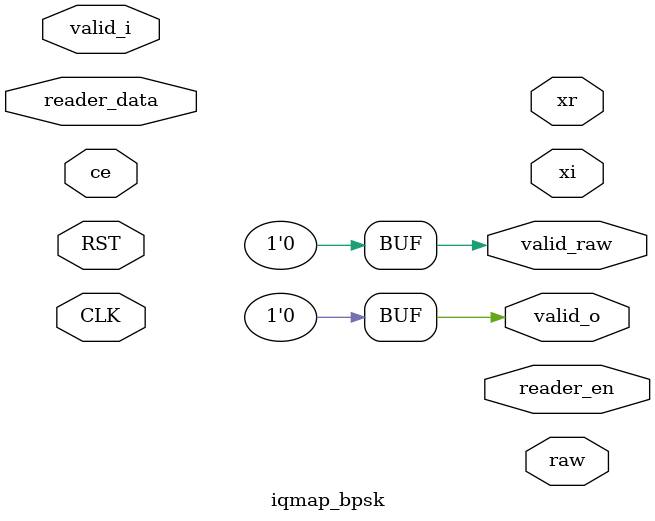
<source format=v>

module iqmap_bpsk
  (
   input         CLK,
   input         RST,

   input         ce,
   
   input         valid_i,
   input [127:0] reader_data,
   output        reader_en,

   output [10:0] xr,
   output [10:0] xi,
   output        valid_o,

   output        valid_raw,
   output        raw
   );
	
	assign valid_o = 0;
	assign valid_raw = 0;

endmodule

</source>
